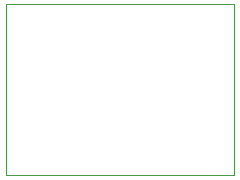
<source format=gbr>
G04 #@! TF.GenerationSoftware,KiCad,Pcbnew,7.0.6*
G04 #@! TF.CreationDate,2023-12-18T16:30:00+01:00*
G04 #@! TF.ProjectId,SMD-Transistor-Blinker,534d442d-5472-4616-9e73-6973746f722d,rev?*
G04 #@! TF.SameCoordinates,Original*
G04 #@! TF.FileFunction,Profile,NP*
%FSLAX46Y46*%
G04 Gerber Fmt 4.6, Leading zero omitted, Abs format (unit mm)*
G04 Created by KiCad (PCBNEW 7.0.6) date 2023-12-18 16:30:00*
%MOMM*%
%LPD*%
G01*
G04 APERTURE LIST*
G04 #@! TA.AperFunction,Profile*
%ADD10C,0.100000*%
G04 #@! TD*
G04 APERTURE END LIST*
D10*
X133604000Y-63786294D02*
X152857670Y-63786294D01*
X152857670Y-78232000D01*
X133604000Y-78232000D01*
X133604000Y-63786294D01*
M02*

</source>
